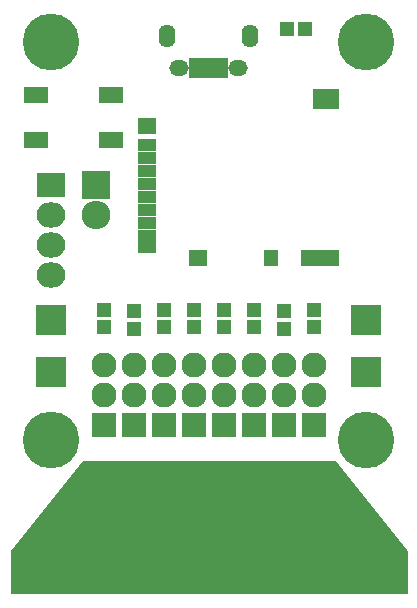
<source format=gbr>
G04 #@! TF.GenerationSoftware,KiCad,Pcbnew,5.1.5*
G04 #@! TF.CreationDate,2020-03-16T00:35:52-04:00*
G04 #@! TF.ProjectId,dot-driver,646f742d-6472-4697-9665-722e6b696361,rev?*
G04 #@! TF.SameCoordinates,Original*
G04 #@! TF.FileFunction,Soldermask,Top*
G04 #@! TF.FilePolarity,Negative*
%FSLAX46Y46*%
G04 Gerber Fmt 4.6, Leading zero omitted, Abs format (unit mm)*
G04 Created by KiCad (PCBNEW 5.1.5) date 2020-03-16 00:35:52*
%MOMM*%
%LPD*%
G04 APERTURE LIST*
%ADD10C,0.100000*%
%ADD11R,1.197560X1.197560*%
%ADD12O,2.127200X2.127200*%
%ADD13R,2.127200X2.127200*%
%ADD14C,4.700000*%
%ADD15R,2.300000X1.700000*%
%ADD16R,3.200000X1.400000*%
%ADD17R,1.200000X1.400000*%
%ADD18R,1.600000X1.400000*%
%ADD19R,1.600000X1.100000*%
%ADD20O,2.432000X2.432000*%
%ADD21R,2.432000X2.432000*%
%ADD22C,4.800000*%
%ADD23R,2.432000X2.127200*%
%ADD24O,2.432000X2.127200*%
%ADD25R,2.635200X2.635200*%
%ADD26R,0.800000X1.750000*%
%ADD27O,1.650000X1.350000*%
%ADD28O,1.400000X1.950000*%
%ADD29R,2.100000X1.400000*%
G04 APERTURE END LIST*
D10*
G36*
X157734000Y-123063000D02*
G01*
X157734000Y-126619000D01*
X124206000Y-126619000D01*
X124206000Y-123063000D01*
X130302000Y-115443000D01*
X151638000Y-115443000D01*
X157734000Y-123063000D01*
G37*
X157734000Y-123063000D02*
X157734000Y-126619000D01*
X124206000Y-126619000D01*
X124206000Y-123063000D01*
X130302000Y-115443000D01*
X151638000Y-115443000D01*
X157734000Y-123063000D01*
D11*
X132080000Y-102641400D03*
X132080000Y-104140000D03*
X149860000Y-102641400D03*
X149860000Y-104140000D03*
D12*
X139700000Y-107315000D03*
X139700000Y-109855000D03*
D13*
X139700000Y-112395000D03*
D11*
X134620000Y-102755700D03*
X134620000Y-104254300D03*
X139700000Y-104140000D03*
X139700000Y-102641400D03*
D14*
X153670000Y-123190000D03*
X147320000Y-123190000D03*
X150495000Y-118745000D03*
X140970000Y-123190000D03*
X144145000Y-118745000D03*
X134620000Y-123190000D03*
X137795000Y-118745000D03*
X128270000Y-123190000D03*
X131445000Y-118745000D03*
D11*
X147599400Y-78867000D03*
X149098000Y-78867000D03*
D15*
X150885000Y-84765000D03*
D16*
X150435000Y-98265000D03*
D17*
X146285000Y-98265000D03*
D18*
X140085000Y-98265000D03*
X135785000Y-87115000D03*
D19*
X135785000Y-95265000D03*
X135785000Y-94165000D03*
X135785000Y-93065000D03*
X135785000Y-91965000D03*
X135785000Y-90865000D03*
X135785000Y-89765000D03*
X135785000Y-88665000D03*
X135785000Y-96365000D03*
X135785000Y-97315000D03*
D20*
X131445000Y-94615000D03*
D21*
X131445000Y-92075000D03*
D22*
X127635000Y-80010000D03*
X154305000Y-80010000D03*
X127635000Y-113665000D03*
X154305000Y-113665000D03*
D11*
X142240000Y-104140000D03*
X142240000Y-102641400D03*
X137160000Y-104140000D03*
X137160000Y-102641400D03*
D13*
X149860000Y-112395000D03*
D12*
X149860000Y-109855000D03*
X149860000Y-107315000D03*
X147320000Y-107315000D03*
X147320000Y-109855000D03*
D13*
X147320000Y-112395000D03*
D12*
X144780000Y-107315000D03*
X144780000Y-109855000D03*
D13*
X144780000Y-112395000D03*
X142240000Y-112395000D03*
D12*
X142240000Y-109855000D03*
X142240000Y-107315000D03*
D13*
X137160000Y-112395000D03*
D12*
X137160000Y-109855000D03*
X137160000Y-107315000D03*
X134620000Y-107315000D03*
X134620000Y-109855000D03*
D13*
X134620000Y-112395000D03*
X132080000Y-112395000D03*
D12*
X132080000Y-109855000D03*
X132080000Y-107315000D03*
D23*
X127635000Y-92075000D03*
D24*
X127635000Y-94615000D03*
X127635000Y-97155000D03*
X127635000Y-99695000D03*
D11*
X144780000Y-102641400D03*
X144780000Y-104140000D03*
X147320000Y-104254300D03*
X147320000Y-102755700D03*
D25*
X127635000Y-103505000D03*
X154305000Y-103505000D03*
X127635000Y-107950000D03*
X154305000Y-107950000D03*
D26*
X142270900Y-82207540D03*
X141620900Y-82207540D03*
X140970900Y-82207540D03*
X140320900Y-82207540D03*
X139670900Y-82207540D03*
D27*
X143470900Y-82207540D03*
X138470900Y-82207540D03*
D28*
X144470900Y-79507540D03*
X137470900Y-79507540D03*
D29*
X126390000Y-84460000D03*
X132690000Y-84460000D03*
X126390000Y-88260000D03*
X132690000Y-88260000D03*
M02*

</source>
